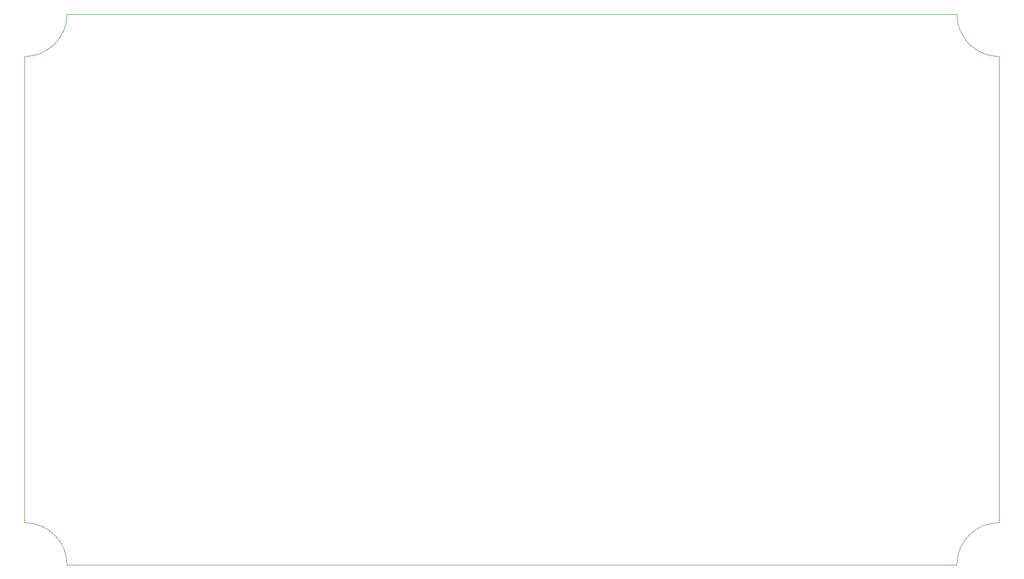
<source format=gbr>
G04 #@! TF.FileFunction,Profile,NP*
%FSLAX46Y46*%
G04 Gerber Fmt 4.6, Leading zero omitted, Abs format (unit mm)*
G04 Created by KiCad (PCBNEW (after 2015-mar-04 BZR unknown)-product) date Wed 13 May 2015 01:15:45 AM EDT*
%MOMM*%
G01*
G04 APERTURE LIST*
%ADD10C,0.100000*%
G04 APERTURE END LIST*
D10*
X74930000Y-131064000D02*
G75*
G03X67310000Y-123444000I-7620000J0D01*
G01*
X67310000Y-39624000D02*
G75*
G03X74930000Y-32004000I0J7620000D01*
G01*
X242570000Y-123444000D02*
G75*
G03X234950000Y-131064000I0J-7620000D01*
G01*
X234950000Y-32004000D02*
G75*
G03X242570000Y-39624000I7620000J0D01*
G01*
X67310000Y-123444000D02*
X67310000Y-39624000D01*
X234950000Y-131064000D02*
X74930000Y-131064000D01*
X242570000Y-39624000D02*
X242570000Y-123444000D01*
X74930000Y-32004000D02*
X234950000Y-32004000D01*
M02*

</source>
